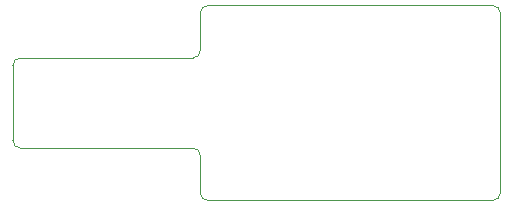
<source format=gbr>
G04 (created by PCBNEW (22-Jun-2014 BZR 4027)-stable) date Wed 04 Apr 2018 07:53:19 PM CDT*
%MOIN*%
G04 Gerber Fmt 3.4, Leading zero omitted, Abs format*
%FSLAX34Y34*%
G01*
G70*
G90*
G04 APERTURE LIST*
%ADD10C,0.00590551*%
%ADD11C,0.00393701*%
G04 APERTURE END LIST*
G54D10*
G54D11*
X67750Y-45500D02*
X67750Y-46750D01*
X67750Y-40750D02*
X67750Y-42000D01*
X77750Y-46750D02*
X77750Y-40750D01*
X68000Y-40500D02*
X77500Y-40500D01*
X77500Y-47000D02*
X68000Y-47000D01*
X61750Y-45250D02*
X67500Y-45250D01*
X61500Y-42500D02*
X61500Y-45000D01*
X67500Y-42250D02*
X61750Y-42250D01*
X67500Y-42250D02*
G75*
G03X67750Y-42000I0J250D01*
G74*
G01*
X61750Y-42250D02*
G75*
G03X61500Y-42500I0J-250D01*
G74*
G01*
X61500Y-45000D02*
G75*
G03X61750Y-45250I250J0D01*
G74*
G01*
X67750Y-45500D02*
G75*
G03X67500Y-45250I-250J0D01*
G74*
G01*
X67750Y-46750D02*
G75*
G03X68000Y-47000I250J0D01*
G74*
G01*
X77500Y-47000D02*
G75*
G03X77750Y-46750I0J250D01*
G74*
G01*
X77750Y-40750D02*
G75*
G03X77500Y-40500I-250J0D01*
G74*
G01*
X68000Y-40500D02*
G75*
G03X67750Y-40750I0J-250D01*
G74*
G01*
M02*

</source>
